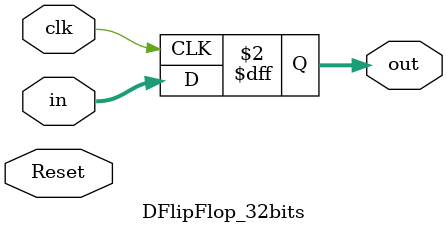
<source format=v>
`timescale 1ns / 1ps


module DFlipFlop_32bits(
    input clk,
    input Reset,
    input [31:0] in,
    output reg [31:0] out
    );
    
    always @(posedge clk/* or negedge Reset*/) begin
        //if(Reset==0) out <= 0;
        /*else*/ out <= in;
    end
endmodule

</source>
